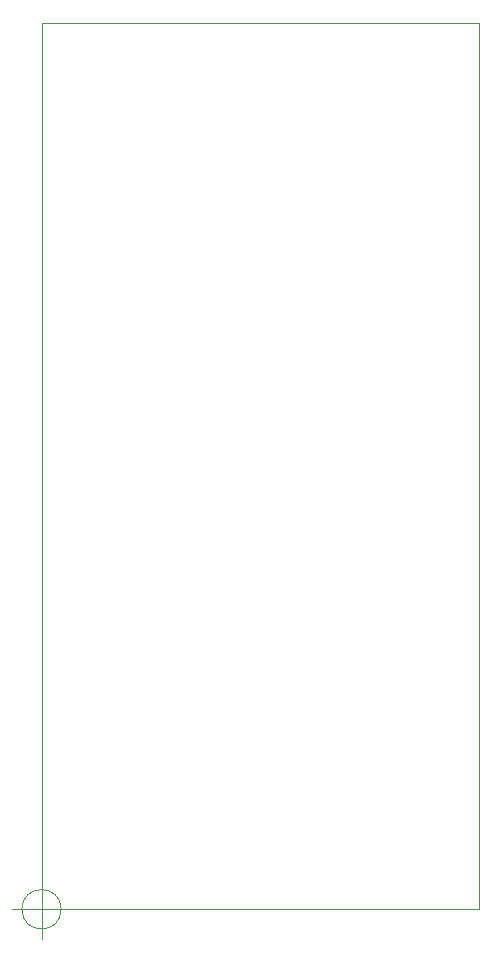
<source format=gm1>
%TF.GenerationSoftware,KiCad,Pcbnew,5.1.9+dfsg1-1~bpo10+1*%
%TF.CreationDate,2021-11-14T11:55:08+01:00*%
%TF.ProjectId,compensation,636f6d70-656e-4736-9174-696f6e2e6b69,1.0*%
%TF.SameCoordinates,Original*%
%TF.FileFunction,Profile,NP*%
%FSLAX46Y46*%
G04 Gerber Fmt 4.6, Leading zero omitted, Abs format (unit mm)*
G04 Created by KiCad (PCBNEW 5.1.9+dfsg1-1~bpo10+1) date 2021-11-14 11:55:08*
%MOMM*%
%LPD*%
G01*
G04 APERTURE LIST*
%TA.AperFunction,Profile*%
%ADD10C,0.050000*%
%TD*%
G04 APERTURE END LIST*
D10*
X66500000Y-77500000D02*
X66500000Y-152500000D01*
X103500000Y-77500000D02*
X66500000Y-77500000D01*
X103500000Y-152500000D02*
X103500000Y-77500000D01*
X66500000Y-152500000D02*
X103500000Y-152500000D01*
X68166666Y-152500000D02*
G75*
G03*
X68166666Y-152500000I-1666666J0D01*
G01*
X64000000Y-152500000D02*
X69000000Y-152500000D01*
X66500000Y-150000000D02*
X66500000Y-155000000D01*
M02*

</source>
